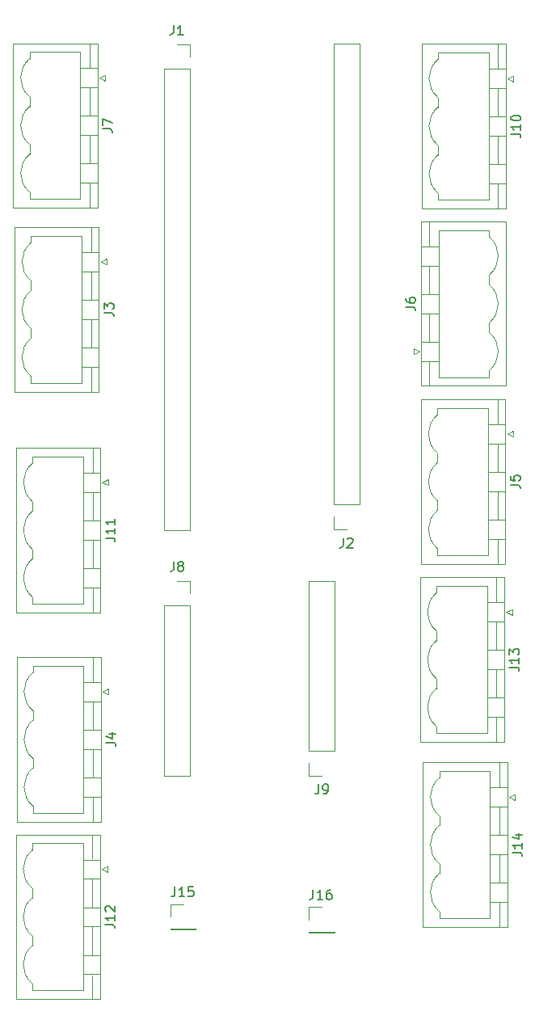
<source format=gbr>
%TF.GenerationSoftware,KiCad,Pcbnew,7.0.7*%
%TF.CreationDate,2023-09-27T09:45:00-05:00*%
%TF.ProjectId,PCB,5043422e-6b69-4636-9164-5f7063625858,rev?*%
%TF.SameCoordinates,Original*%
%TF.FileFunction,Legend,Top*%
%TF.FilePolarity,Positive*%
%FSLAX46Y46*%
G04 Gerber Fmt 4.6, Leading zero omitted, Abs format (unit mm)*
G04 Created by KiCad (PCBNEW 7.0.7) date 2023-09-27 09:45:00*
%MOMM*%
%LPD*%
G01*
G04 APERTURE LIST*
%ADD10C,0.150000*%
%ADD11C,0.120000*%
G04 APERTURE END LIST*
D10*
X102263676Y-137783219D02*
X102263676Y-138497504D01*
X102263676Y-138497504D02*
X102216057Y-138640361D01*
X102216057Y-138640361D02*
X102120819Y-138735600D01*
X102120819Y-138735600D02*
X101977962Y-138783219D01*
X101977962Y-138783219D02*
X101882724Y-138783219D01*
X103263676Y-138783219D02*
X102692248Y-138783219D01*
X102977962Y-138783219D02*
X102977962Y-137783219D01*
X102977962Y-137783219D02*
X102882724Y-137926076D01*
X102882724Y-137926076D02*
X102787486Y-138021314D01*
X102787486Y-138021314D02*
X102692248Y-138068933D01*
X104168438Y-137783219D02*
X103692248Y-137783219D01*
X103692248Y-137783219D02*
X103644629Y-138259409D01*
X103644629Y-138259409D02*
X103692248Y-138211790D01*
X103692248Y-138211790D02*
X103787486Y-138164171D01*
X103787486Y-138164171D02*
X104025581Y-138164171D01*
X104025581Y-138164171D02*
X104120819Y-138211790D01*
X104120819Y-138211790D02*
X104168438Y-138259409D01*
X104168438Y-138259409D02*
X104216057Y-138354647D01*
X104216057Y-138354647D02*
X104216057Y-138592742D01*
X104216057Y-138592742D02*
X104168438Y-138687980D01*
X104168438Y-138687980D02*
X104120819Y-138735600D01*
X104120819Y-138735600D02*
X104025581Y-138783219D01*
X104025581Y-138783219D02*
X103787486Y-138783219D01*
X103787486Y-138783219D02*
X103692248Y-138735600D01*
X103692248Y-138735600D02*
X103644629Y-138687980D01*
X94699119Y-58346933D02*
X95413404Y-58346933D01*
X95413404Y-58346933D02*
X95556261Y-58394552D01*
X95556261Y-58394552D02*
X95651500Y-58489790D01*
X95651500Y-58489790D02*
X95699119Y-58632647D01*
X95699119Y-58632647D02*
X95699119Y-58727885D01*
X94699119Y-57965980D02*
X94699119Y-57299314D01*
X94699119Y-57299314D02*
X95699119Y-57727885D01*
X94840219Y-77629333D02*
X95554504Y-77629333D01*
X95554504Y-77629333D02*
X95697361Y-77676952D01*
X95697361Y-77676952D02*
X95792600Y-77772190D01*
X95792600Y-77772190D02*
X95840219Y-77915047D01*
X95840219Y-77915047D02*
X95840219Y-78010285D01*
X94840219Y-77248380D02*
X94840219Y-76629333D01*
X94840219Y-76629333D02*
X95221171Y-76962666D01*
X95221171Y-76962666D02*
X95221171Y-76819809D01*
X95221171Y-76819809D02*
X95268790Y-76724571D01*
X95268790Y-76724571D02*
X95316409Y-76676952D01*
X95316409Y-76676952D02*
X95411647Y-76629333D01*
X95411647Y-76629333D02*
X95649742Y-76629333D01*
X95649742Y-76629333D02*
X95744980Y-76676952D01*
X95744980Y-76676952D02*
X95792600Y-76724571D01*
X95792600Y-76724571D02*
X95840219Y-76819809D01*
X95840219Y-76819809D02*
X95840219Y-77105523D01*
X95840219Y-77105523D02*
X95792600Y-77200761D01*
X95792600Y-77200761D02*
X95744980Y-77248380D01*
X102156066Y-103730819D02*
X102156066Y-104445104D01*
X102156066Y-104445104D02*
X102108447Y-104587961D01*
X102108447Y-104587961D02*
X102013209Y-104683200D01*
X102013209Y-104683200D02*
X101870352Y-104730819D01*
X101870352Y-104730819D02*
X101775114Y-104730819D01*
X102775114Y-104159390D02*
X102679876Y-104111771D01*
X102679876Y-104111771D02*
X102632257Y-104064152D01*
X102632257Y-104064152D02*
X102584638Y-103968914D01*
X102584638Y-103968914D02*
X102584638Y-103921295D01*
X102584638Y-103921295D02*
X102632257Y-103826057D01*
X102632257Y-103826057D02*
X102679876Y-103778438D01*
X102679876Y-103778438D02*
X102775114Y-103730819D01*
X102775114Y-103730819D02*
X102965590Y-103730819D01*
X102965590Y-103730819D02*
X103060828Y-103778438D01*
X103060828Y-103778438D02*
X103108447Y-103826057D01*
X103108447Y-103826057D02*
X103156066Y-103921295D01*
X103156066Y-103921295D02*
X103156066Y-103968914D01*
X103156066Y-103968914D02*
X103108447Y-104064152D01*
X103108447Y-104064152D02*
X103060828Y-104111771D01*
X103060828Y-104111771D02*
X102965590Y-104159390D01*
X102965590Y-104159390D02*
X102775114Y-104159390D01*
X102775114Y-104159390D02*
X102679876Y-104207009D01*
X102679876Y-104207009D02*
X102632257Y-104254628D01*
X102632257Y-104254628D02*
X102584638Y-104349866D01*
X102584638Y-104349866D02*
X102584638Y-104540342D01*
X102584638Y-104540342D02*
X102632257Y-104635580D01*
X102632257Y-104635580D02*
X102679876Y-104683200D01*
X102679876Y-104683200D02*
X102775114Y-104730819D01*
X102775114Y-104730819D02*
X102965590Y-104730819D01*
X102965590Y-104730819D02*
X103060828Y-104683200D01*
X103060828Y-104683200D02*
X103108447Y-104635580D01*
X103108447Y-104635580D02*
X103156066Y-104540342D01*
X103156066Y-104540342D02*
X103156066Y-104349866D01*
X103156066Y-104349866D02*
X103108447Y-104254628D01*
X103108447Y-104254628D02*
X103060828Y-104207009D01*
X103060828Y-104207009D02*
X102965590Y-104159390D01*
X137625119Y-134167123D02*
X138339404Y-134167123D01*
X138339404Y-134167123D02*
X138482261Y-134214742D01*
X138482261Y-134214742D02*
X138577500Y-134309980D01*
X138577500Y-134309980D02*
X138625119Y-134452837D01*
X138625119Y-134452837D02*
X138625119Y-134548075D01*
X138625119Y-133167123D02*
X138625119Y-133738551D01*
X138625119Y-133452837D02*
X137625119Y-133452837D01*
X137625119Y-133452837D02*
X137767976Y-133548075D01*
X137767976Y-133548075D02*
X137863214Y-133643313D01*
X137863214Y-133643313D02*
X137910833Y-133738551D01*
X137958452Y-132309980D02*
X138625119Y-132309980D01*
X137577500Y-132548075D02*
X138291785Y-132786170D01*
X138291785Y-132786170D02*
X138291785Y-132167123D01*
X94992619Y-101219523D02*
X95706904Y-101219523D01*
X95706904Y-101219523D02*
X95849761Y-101267142D01*
X95849761Y-101267142D02*
X95945000Y-101362380D01*
X95945000Y-101362380D02*
X95992619Y-101505237D01*
X95992619Y-101505237D02*
X95992619Y-101600475D01*
X95992619Y-100219523D02*
X95992619Y-100790951D01*
X95992619Y-100505237D02*
X94992619Y-100505237D01*
X94992619Y-100505237D02*
X95135476Y-100600475D01*
X95135476Y-100600475D02*
X95230714Y-100695713D01*
X95230714Y-100695713D02*
X95278333Y-100790951D01*
X95992619Y-99267142D02*
X95992619Y-99838570D01*
X95992619Y-99552856D02*
X94992619Y-99552856D01*
X94992619Y-99552856D02*
X95135476Y-99648094D01*
X95135476Y-99648094D02*
X95230714Y-99743332D01*
X95230714Y-99743332D02*
X95278333Y-99838570D01*
X117319466Y-127040419D02*
X117319466Y-127754704D01*
X117319466Y-127754704D02*
X117271847Y-127897561D01*
X117271847Y-127897561D02*
X117176609Y-127992800D01*
X117176609Y-127992800D02*
X117033752Y-128040419D01*
X117033752Y-128040419D02*
X116938514Y-128040419D01*
X117843276Y-128040419D02*
X118033752Y-128040419D01*
X118033752Y-128040419D02*
X118128990Y-127992800D01*
X118128990Y-127992800D02*
X118176609Y-127945180D01*
X118176609Y-127945180D02*
X118271847Y-127802323D01*
X118271847Y-127802323D02*
X118319466Y-127611847D01*
X118319466Y-127611847D02*
X118319466Y-127230895D01*
X118319466Y-127230895D02*
X118271847Y-127135657D01*
X118271847Y-127135657D02*
X118224228Y-127088038D01*
X118224228Y-127088038D02*
X118128990Y-127040419D01*
X118128990Y-127040419D02*
X117938514Y-127040419D01*
X117938514Y-127040419D02*
X117843276Y-127088038D01*
X117843276Y-127088038D02*
X117795657Y-127135657D01*
X117795657Y-127135657D02*
X117748038Y-127230895D01*
X117748038Y-127230895D02*
X117748038Y-127468990D01*
X117748038Y-127468990D02*
X117795657Y-127564228D01*
X117795657Y-127564228D02*
X117843276Y-127611847D01*
X117843276Y-127611847D02*
X117938514Y-127659466D01*
X117938514Y-127659466D02*
X118128990Y-127659466D01*
X118128990Y-127659466D02*
X118224228Y-127611847D01*
X118224228Y-127611847D02*
X118271847Y-127564228D01*
X118271847Y-127564228D02*
X118319466Y-127468990D01*
X94974819Y-141729523D02*
X95689104Y-141729523D01*
X95689104Y-141729523D02*
X95831961Y-141777142D01*
X95831961Y-141777142D02*
X95927200Y-141872380D01*
X95927200Y-141872380D02*
X95974819Y-142015237D01*
X95974819Y-142015237D02*
X95974819Y-142110475D01*
X95974819Y-140729523D02*
X95974819Y-141300951D01*
X95974819Y-141015237D02*
X94974819Y-141015237D01*
X94974819Y-141015237D02*
X95117676Y-141110475D01*
X95117676Y-141110475D02*
X95212914Y-141205713D01*
X95212914Y-141205713D02*
X95260533Y-141300951D01*
X95070057Y-140348570D02*
X95022438Y-140300951D01*
X95022438Y-140300951D02*
X94974819Y-140205713D01*
X94974819Y-140205713D02*
X94974819Y-139967618D01*
X94974819Y-139967618D02*
X95022438Y-139872380D01*
X95022438Y-139872380D02*
X95070057Y-139824761D01*
X95070057Y-139824761D02*
X95165295Y-139777142D01*
X95165295Y-139777142D02*
X95260533Y-139777142D01*
X95260533Y-139777142D02*
X95403390Y-139824761D01*
X95403390Y-139824761D02*
X95974819Y-140396189D01*
X95974819Y-140396189D02*
X95974819Y-139777142D01*
X119910266Y-101234019D02*
X119910266Y-101948304D01*
X119910266Y-101948304D02*
X119862647Y-102091161D01*
X119862647Y-102091161D02*
X119767409Y-102186400D01*
X119767409Y-102186400D02*
X119624552Y-102234019D01*
X119624552Y-102234019D02*
X119529314Y-102234019D01*
X120338838Y-101329257D02*
X120386457Y-101281638D01*
X120386457Y-101281638D02*
X120481695Y-101234019D01*
X120481695Y-101234019D02*
X120719790Y-101234019D01*
X120719790Y-101234019D02*
X120815028Y-101281638D01*
X120815028Y-101281638D02*
X120862647Y-101329257D01*
X120862647Y-101329257D02*
X120910266Y-101424495D01*
X120910266Y-101424495D02*
X120910266Y-101519733D01*
X120910266Y-101519733D02*
X120862647Y-101662590D01*
X120862647Y-101662590D02*
X120291219Y-102234019D01*
X120291219Y-102234019D02*
X120910266Y-102234019D01*
X126449219Y-77019733D02*
X127163504Y-77019733D01*
X127163504Y-77019733D02*
X127306361Y-77067352D01*
X127306361Y-77067352D02*
X127401600Y-77162590D01*
X127401600Y-77162590D02*
X127449219Y-77305447D01*
X127449219Y-77305447D02*
X127449219Y-77400685D01*
X126449219Y-76114971D02*
X126449219Y-76305447D01*
X126449219Y-76305447D02*
X126496838Y-76400685D01*
X126496838Y-76400685D02*
X126544457Y-76448304D01*
X126544457Y-76448304D02*
X126687314Y-76543542D01*
X126687314Y-76543542D02*
X126877790Y-76591161D01*
X126877790Y-76591161D02*
X127258742Y-76591161D01*
X127258742Y-76591161D02*
X127353980Y-76543542D01*
X127353980Y-76543542D02*
X127401600Y-76495923D01*
X127401600Y-76495923D02*
X127449219Y-76400685D01*
X127449219Y-76400685D02*
X127449219Y-76210209D01*
X127449219Y-76210209D02*
X127401600Y-76114971D01*
X127401600Y-76114971D02*
X127353980Y-76067352D01*
X127353980Y-76067352D02*
X127258742Y-76019733D01*
X127258742Y-76019733D02*
X127020647Y-76019733D01*
X127020647Y-76019733D02*
X126925409Y-76067352D01*
X126925409Y-76067352D02*
X126877790Y-76114971D01*
X126877790Y-76114971D02*
X126830171Y-76210209D01*
X126830171Y-76210209D02*
X126830171Y-76400685D01*
X126830171Y-76400685D02*
X126877790Y-76495923D01*
X126877790Y-76495923D02*
X126925409Y-76543542D01*
X126925409Y-76543542D02*
X127020647Y-76591161D01*
X95054719Y-122659733D02*
X95769004Y-122659733D01*
X95769004Y-122659733D02*
X95911861Y-122707352D01*
X95911861Y-122707352D02*
X96007100Y-122802590D01*
X96007100Y-122802590D02*
X96054719Y-122945447D01*
X96054719Y-122945447D02*
X96054719Y-123040685D01*
X95388052Y-121754971D02*
X96054719Y-121754971D01*
X95007100Y-121993066D02*
X95721385Y-122231161D01*
X95721385Y-122231161D02*
X95721385Y-121612114D01*
X102130266Y-47510219D02*
X102130266Y-48224504D01*
X102130266Y-48224504D02*
X102082647Y-48367361D01*
X102082647Y-48367361D02*
X101987409Y-48462600D01*
X101987409Y-48462600D02*
X101844552Y-48510219D01*
X101844552Y-48510219D02*
X101749314Y-48510219D01*
X103130266Y-48510219D02*
X102558838Y-48510219D01*
X102844552Y-48510219D02*
X102844552Y-47510219D01*
X102844552Y-47510219D02*
X102749314Y-47653076D01*
X102749314Y-47653076D02*
X102654076Y-47748314D01*
X102654076Y-47748314D02*
X102558838Y-47795933D01*
X137484019Y-58903123D02*
X138198304Y-58903123D01*
X138198304Y-58903123D02*
X138341161Y-58950742D01*
X138341161Y-58950742D02*
X138436400Y-59045980D01*
X138436400Y-59045980D02*
X138484019Y-59188837D01*
X138484019Y-59188837D02*
X138484019Y-59284075D01*
X138484019Y-57903123D02*
X138484019Y-58474551D01*
X138484019Y-58188837D02*
X137484019Y-58188837D01*
X137484019Y-58188837D02*
X137626876Y-58284075D01*
X137626876Y-58284075D02*
X137722114Y-58379313D01*
X137722114Y-58379313D02*
X137769733Y-58474551D01*
X137484019Y-57284075D02*
X137484019Y-57188837D01*
X137484019Y-57188837D02*
X137531638Y-57093599D01*
X137531638Y-57093599D02*
X137579257Y-57045980D01*
X137579257Y-57045980D02*
X137674495Y-56998361D01*
X137674495Y-56998361D02*
X137864971Y-56950742D01*
X137864971Y-56950742D02*
X138103066Y-56950742D01*
X138103066Y-56950742D02*
X138293542Y-56998361D01*
X138293542Y-56998361D02*
X138388780Y-57045980D01*
X138388780Y-57045980D02*
X138436400Y-57093599D01*
X138436400Y-57093599D02*
X138484019Y-57188837D01*
X138484019Y-57188837D02*
X138484019Y-57284075D01*
X138484019Y-57284075D02*
X138436400Y-57379313D01*
X138436400Y-57379313D02*
X138388780Y-57426932D01*
X138388780Y-57426932D02*
X138293542Y-57474551D01*
X138293542Y-57474551D02*
X138103066Y-57522170D01*
X138103066Y-57522170D02*
X137864971Y-57522170D01*
X137864971Y-57522170D02*
X137674495Y-57474551D01*
X137674495Y-57474551D02*
X137579257Y-57426932D01*
X137579257Y-57426932D02*
X137531638Y-57379313D01*
X137531638Y-57379313D02*
X137484019Y-57284075D01*
X116741676Y-138088019D02*
X116741676Y-138802304D01*
X116741676Y-138802304D02*
X116694057Y-138945161D01*
X116694057Y-138945161D02*
X116598819Y-139040400D01*
X116598819Y-139040400D02*
X116455962Y-139088019D01*
X116455962Y-139088019D02*
X116360724Y-139088019D01*
X117741676Y-139088019D02*
X117170248Y-139088019D01*
X117455962Y-139088019D02*
X117455962Y-138088019D01*
X117455962Y-138088019D02*
X117360724Y-138230876D01*
X117360724Y-138230876D02*
X117265486Y-138326114D01*
X117265486Y-138326114D02*
X117170248Y-138373733D01*
X118598819Y-138088019D02*
X118408343Y-138088019D01*
X118408343Y-138088019D02*
X118313105Y-138135638D01*
X118313105Y-138135638D02*
X118265486Y-138183257D01*
X118265486Y-138183257D02*
X118170248Y-138326114D01*
X118170248Y-138326114D02*
X118122629Y-138516590D01*
X118122629Y-138516590D02*
X118122629Y-138897542D01*
X118122629Y-138897542D02*
X118170248Y-138992780D01*
X118170248Y-138992780D02*
X118217867Y-139040400D01*
X118217867Y-139040400D02*
X118313105Y-139088019D01*
X118313105Y-139088019D02*
X118503581Y-139088019D01*
X118503581Y-139088019D02*
X118598819Y-139040400D01*
X118598819Y-139040400D02*
X118646438Y-138992780D01*
X118646438Y-138992780D02*
X118694057Y-138897542D01*
X118694057Y-138897542D02*
X118694057Y-138659447D01*
X118694057Y-138659447D02*
X118646438Y-138564209D01*
X118646438Y-138564209D02*
X118598819Y-138516590D01*
X118598819Y-138516590D02*
X118503581Y-138468971D01*
X118503581Y-138468971D02*
X118313105Y-138468971D01*
X118313105Y-138468971D02*
X118217867Y-138516590D01*
X118217867Y-138516590D02*
X118170248Y-138564209D01*
X118170248Y-138564209D02*
X118122629Y-138659447D01*
X137421919Y-95663333D02*
X138136204Y-95663333D01*
X138136204Y-95663333D02*
X138279061Y-95710952D01*
X138279061Y-95710952D02*
X138374300Y-95806190D01*
X138374300Y-95806190D02*
X138421919Y-95949047D01*
X138421919Y-95949047D02*
X138421919Y-96044285D01*
X137421919Y-94710952D02*
X137421919Y-95187142D01*
X137421919Y-95187142D02*
X137898109Y-95234761D01*
X137898109Y-95234761D02*
X137850490Y-95187142D01*
X137850490Y-95187142D02*
X137802871Y-95091904D01*
X137802871Y-95091904D02*
X137802871Y-94853809D01*
X137802871Y-94853809D02*
X137850490Y-94758571D01*
X137850490Y-94758571D02*
X137898109Y-94710952D01*
X137898109Y-94710952D02*
X137993347Y-94663333D01*
X137993347Y-94663333D02*
X138231442Y-94663333D01*
X138231442Y-94663333D02*
X138326680Y-94710952D01*
X138326680Y-94710952D02*
X138374300Y-94758571D01*
X138374300Y-94758571D02*
X138421919Y-94853809D01*
X138421919Y-94853809D02*
X138421919Y-95091904D01*
X138421919Y-95091904D02*
X138374300Y-95187142D01*
X138374300Y-95187142D02*
X138326680Y-95234761D01*
X137320319Y-114783123D02*
X138034604Y-114783123D01*
X138034604Y-114783123D02*
X138177461Y-114830742D01*
X138177461Y-114830742D02*
X138272700Y-114925980D01*
X138272700Y-114925980D02*
X138320319Y-115068837D01*
X138320319Y-115068837D02*
X138320319Y-115164075D01*
X138320319Y-113783123D02*
X138320319Y-114354551D01*
X138320319Y-114068837D02*
X137320319Y-114068837D01*
X137320319Y-114068837D02*
X137463176Y-114164075D01*
X137463176Y-114164075D02*
X137558414Y-114259313D01*
X137558414Y-114259313D02*
X137606033Y-114354551D01*
X137320319Y-113449789D02*
X137320319Y-112830742D01*
X137320319Y-112830742D02*
X137701271Y-113164075D01*
X137701271Y-113164075D02*
X137701271Y-113021218D01*
X137701271Y-113021218D02*
X137748890Y-112925980D01*
X137748890Y-112925980D02*
X137796509Y-112878361D01*
X137796509Y-112878361D02*
X137891747Y-112830742D01*
X137891747Y-112830742D02*
X138129842Y-112830742D01*
X138129842Y-112830742D02*
X138225080Y-112878361D01*
X138225080Y-112878361D02*
X138272700Y-112925980D01*
X138272700Y-112925980D02*
X138320319Y-113021218D01*
X138320319Y-113021218D02*
X138320319Y-113306932D01*
X138320319Y-113306932D02*
X138272700Y-113402170D01*
X138272700Y-113402170D02*
X138225080Y-113449789D01*
D11*
%TO.C,J15*%
X101794000Y-139589200D02*
X103124000Y-139589200D01*
X101794000Y-140919200D02*
X101794000Y-139589200D01*
X101794000Y-142189200D02*
X101794000Y-142249200D01*
X101794000Y-142189200D02*
X104454000Y-142189200D01*
X101794000Y-142249200D02*
X104454000Y-142249200D01*
X104454000Y-142189200D02*
X104454000Y-142249200D01*
%TO.C,J7*%
X94154300Y-49403600D02*
X85334300Y-49403600D01*
X93344300Y-49403600D02*
X93344300Y-51903600D01*
X85334300Y-49403600D02*
X85334300Y-66623600D01*
X92344300Y-50313600D02*
X92344300Y-65713600D01*
X87044300Y-50313600D02*
X92344300Y-50313600D01*
X87044300Y-51013600D02*
X87044300Y-50313600D01*
X94154300Y-52013600D02*
X94154300Y-54013600D01*
X92344300Y-52013600D02*
X94154300Y-52013600D01*
X94954300Y-52713600D02*
X94954300Y-53313600D01*
X94354300Y-53013600D02*
X94954300Y-52713600D01*
X94954300Y-53313600D02*
X94354300Y-53013600D01*
X94154300Y-54013600D02*
X92344300Y-54013600D01*
X93344300Y-54013600D02*
X93344300Y-57013600D01*
X92344300Y-54013600D02*
X92344300Y-52013600D01*
X87044300Y-55013600D02*
X87044300Y-56013600D01*
X94154300Y-57013600D02*
X94154300Y-59013600D01*
X92344300Y-57013600D02*
X94154300Y-57013600D01*
X94154300Y-59013600D02*
X92344300Y-59013600D01*
X93344300Y-59013600D02*
X93344300Y-62013600D01*
X92344300Y-59013600D02*
X92344300Y-57013600D01*
X87044300Y-60013600D02*
X87044300Y-61013600D01*
X94154300Y-62013600D02*
X94154300Y-64013600D01*
X92344300Y-62013600D02*
X94154300Y-62013600D01*
X94154300Y-64013600D02*
X92344300Y-64013600D01*
X92344300Y-64013600D02*
X92344300Y-62013600D01*
X92344300Y-65713600D02*
X87044300Y-65713600D01*
X87044300Y-65713600D02*
X87044300Y-65013600D01*
X94154300Y-66623600D02*
X94154300Y-49403600D01*
X93344300Y-66623600D02*
X93344300Y-64123600D01*
X85334300Y-66623600D02*
X94154300Y-66623600D01*
X87044300Y-51013600D02*
G75*
G03*
X87028479Y-55000442I1650000J-2000000D01*
G01*
X87044300Y-56013600D02*
G75*
G03*
X87028479Y-60000442I1650000J-2000000D01*
G01*
X87044300Y-61013600D02*
G75*
G03*
X87028479Y-65000442I1650000J-2000000D01*
G01*
%TO.C,J3*%
X94295400Y-68686000D02*
X85475400Y-68686000D01*
X93485400Y-68686000D02*
X93485400Y-71186000D01*
X85475400Y-68686000D02*
X85475400Y-85906000D01*
X92485400Y-69596000D02*
X92485400Y-84996000D01*
X87185400Y-69596000D02*
X92485400Y-69596000D01*
X87185400Y-70296000D02*
X87185400Y-69596000D01*
X94295400Y-71296000D02*
X94295400Y-73296000D01*
X92485400Y-71296000D02*
X94295400Y-71296000D01*
X95095400Y-71996000D02*
X95095400Y-72596000D01*
X94495400Y-72296000D02*
X95095400Y-71996000D01*
X95095400Y-72596000D02*
X94495400Y-72296000D01*
X94295400Y-73296000D02*
X92485400Y-73296000D01*
X93485400Y-73296000D02*
X93485400Y-76296000D01*
X92485400Y-73296000D02*
X92485400Y-71296000D01*
X87185400Y-74296000D02*
X87185400Y-75296000D01*
X94295400Y-76296000D02*
X94295400Y-78296000D01*
X92485400Y-76296000D02*
X94295400Y-76296000D01*
X94295400Y-78296000D02*
X92485400Y-78296000D01*
X93485400Y-78296000D02*
X93485400Y-81296000D01*
X92485400Y-78296000D02*
X92485400Y-76296000D01*
X87185400Y-79296000D02*
X87185400Y-80296000D01*
X94295400Y-81296000D02*
X94295400Y-83296000D01*
X92485400Y-81296000D02*
X94295400Y-81296000D01*
X94295400Y-83296000D02*
X92485400Y-83296000D01*
X92485400Y-83296000D02*
X92485400Y-81296000D01*
X92485400Y-84996000D02*
X87185400Y-84996000D01*
X87185400Y-84996000D02*
X87185400Y-84296000D01*
X94295400Y-85906000D02*
X94295400Y-68686000D01*
X93485400Y-85906000D02*
X93485400Y-83406000D01*
X85475400Y-85906000D02*
X94295400Y-85906000D01*
X87185400Y-70296000D02*
G75*
G03*
X87169579Y-74282842I1650000J-2000000D01*
G01*
X87185400Y-75296000D02*
G75*
G03*
X87169579Y-79282842I1650000J-2000000D01*
G01*
X87185400Y-80296000D02*
G75*
G03*
X87169579Y-84282842I1650000J-2000000D01*
G01*
%TO.C,J8*%
X101159400Y-108316000D02*
X101159400Y-126156000D01*
X101159400Y-108316000D02*
X103819400Y-108316000D01*
X101159400Y-126156000D02*
X103819400Y-126156000D01*
X102489400Y-105716000D02*
X103819400Y-105716000D01*
X103819400Y-105716000D02*
X103819400Y-107046000D01*
X103819400Y-108316000D02*
X103819400Y-126156000D01*
%TO.C,J14*%
X137080300Y-124747600D02*
X128260300Y-124747600D01*
X136270300Y-124747600D02*
X136270300Y-127247600D01*
X128260300Y-124747600D02*
X128260300Y-141967600D01*
X135270300Y-125657600D02*
X135270300Y-141057600D01*
X129970300Y-125657600D02*
X135270300Y-125657600D01*
X129970300Y-126357600D02*
X129970300Y-125657600D01*
X137080300Y-127357600D02*
X137080300Y-129357600D01*
X135270300Y-127357600D02*
X137080300Y-127357600D01*
X137880300Y-128057600D02*
X137880300Y-128657600D01*
X137280300Y-128357600D02*
X137880300Y-128057600D01*
X137880300Y-128657600D02*
X137280300Y-128357600D01*
X137080300Y-129357600D02*
X135270300Y-129357600D01*
X136270300Y-129357600D02*
X136270300Y-132357600D01*
X135270300Y-129357600D02*
X135270300Y-127357600D01*
X129970300Y-130357600D02*
X129970300Y-131357600D01*
X137080300Y-132357600D02*
X137080300Y-134357600D01*
X135270300Y-132357600D02*
X137080300Y-132357600D01*
X137080300Y-134357600D02*
X135270300Y-134357600D01*
X136270300Y-134357600D02*
X136270300Y-137357600D01*
X135270300Y-134357600D02*
X135270300Y-132357600D01*
X129970300Y-135357600D02*
X129970300Y-136357600D01*
X137080300Y-137357600D02*
X137080300Y-139357600D01*
X135270300Y-137357600D02*
X137080300Y-137357600D01*
X137080300Y-139357600D02*
X135270300Y-139357600D01*
X135270300Y-139357600D02*
X135270300Y-137357600D01*
X135270300Y-141057600D02*
X129970300Y-141057600D01*
X129970300Y-141057600D02*
X129970300Y-140357600D01*
X137080300Y-141967600D02*
X137080300Y-124747600D01*
X136270300Y-141967600D02*
X136270300Y-139467600D01*
X128260300Y-141967600D02*
X137080300Y-141967600D01*
X129970300Y-126357600D02*
G75*
G03*
X129954479Y-130344442I1650000J-2000000D01*
G01*
X129970300Y-131357600D02*
G75*
G03*
X129954479Y-135344442I1650000J-2000000D01*
G01*
X129970300Y-136357600D02*
G75*
G03*
X129954479Y-140344442I1650000J-2000000D01*
G01*
%TO.C,J11*%
X94447800Y-91800000D02*
X85627800Y-91800000D01*
X93637800Y-91800000D02*
X93637800Y-94300000D01*
X85627800Y-91800000D02*
X85627800Y-109020000D01*
X92637800Y-92710000D02*
X92637800Y-108110000D01*
X87337800Y-92710000D02*
X92637800Y-92710000D01*
X87337800Y-93410000D02*
X87337800Y-92710000D01*
X94447800Y-94410000D02*
X94447800Y-96410000D01*
X92637800Y-94410000D02*
X94447800Y-94410000D01*
X95247800Y-95110000D02*
X95247800Y-95710000D01*
X94647800Y-95410000D02*
X95247800Y-95110000D01*
X95247800Y-95710000D02*
X94647800Y-95410000D01*
X94447800Y-96410000D02*
X92637800Y-96410000D01*
X93637800Y-96410000D02*
X93637800Y-99410000D01*
X92637800Y-96410000D02*
X92637800Y-94410000D01*
X87337800Y-97410000D02*
X87337800Y-98410000D01*
X94447800Y-99410000D02*
X94447800Y-101410000D01*
X92637800Y-99410000D02*
X94447800Y-99410000D01*
X94447800Y-101410000D02*
X92637800Y-101410000D01*
X93637800Y-101410000D02*
X93637800Y-104410000D01*
X92637800Y-101410000D02*
X92637800Y-99410000D01*
X87337800Y-102410000D02*
X87337800Y-103410000D01*
X94447800Y-104410000D02*
X94447800Y-106410000D01*
X92637800Y-104410000D02*
X94447800Y-104410000D01*
X94447800Y-106410000D02*
X92637800Y-106410000D01*
X92637800Y-106410000D02*
X92637800Y-104410000D01*
X92637800Y-108110000D02*
X87337800Y-108110000D01*
X87337800Y-108110000D02*
X87337800Y-107410000D01*
X94447800Y-109020000D02*
X94447800Y-91800000D01*
X93637800Y-109020000D02*
X93637800Y-106520000D01*
X85627800Y-109020000D02*
X94447800Y-109020000D01*
X87337800Y-93410000D02*
G75*
G03*
X87321979Y-97396842I1650000J-2000000D01*
G01*
X87337800Y-98410000D02*
G75*
G03*
X87321979Y-102396842I1650000J-2000000D01*
G01*
X87337800Y-103410000D02*
G75*
G03*
X87321979Y-107396842I1650000J-2000000D01*
G01*
%TO.C,J9*%
X118982800Y-123545600D02*
X118982800Y-105705600D01*
X118982800Y-123545600D02*
X116322800Y-123545600D01*
X118982800Y-105705600D02*
X116322800Y-105705600D01*
X117652800Y-126145600D02*
X116322800Y-126145600D01*
X116322800Y-126145600D02*
X116322800Y-124815600D01*
X116322800Y-123545600D02*
X116322800Y-105705600D01*
%TO.C,J12*%
X94430000Y-132310000D02*
X85610000Y-132310000D01*
X93620000Y-132310000D02*
X93620000Y-134810000D01*
X85610000Y-132310000D02*
X85610000Y-149530000D01*
X92620000Y-133220000D02*
X92620000Y-148620000D01*
X87320000Y-133220000D02*
X92620000Y-133220000D01*
X87320000Y-133920000D02*
X87320000Y-133220000D01*
X94430000Y-134920000D02*
X94430000Y-136920000D01*
X92620000Y-134920000D02*
X94430000Y-134920000D01*
X95230000Y-135620000D02*
X95230000Y-136220000D01*
X94630000Y-135920000D02*
X95230000Y-135620000D01*
X95230000Y-136220000D02*
X94630000Y-135920000D01*
X94430000Y-136920000D02*
X92620000Y-136920000D01*
X93620000Y-136920000D02*
X93620000Y-139920000D01*
X92620000Y-136920000D02*
X92620000Y-134920000D01*
X87320000Y-137920000D02*
X87320000Y-138920000D01*
X94430000Y-139920000D02*
X94430000Y-141920000D01*
X92620000Y-139920000D02*
X94430000Y-139920000D01*
X94430000Y-141920000D02*
X92620000Y-141920000D01*
X93620000Y-141920000D02*
X93620000Y-144920000D01*
X92620000Y-141920000D02*
X92620000Y-139920000D01*
X87320000Y-142920000D02*
X87320000Y-143920000D01*
X94430000Y-144920000D02*
X94430000Y-146920000D01*
X92620000Y-144920000D02*
X94430000Y-144920000D01*
X94430000Y-146920000D02*
X92620000Y-146920000D01*
X92620000Y-146920000D02*
X92620000Y-144920000D01*
X92620000Y-148620000D02*
X87320000Y-148620000D01*
X87320000Y-148620000D02*
X87320000Y-147920000D01*
X94430000Y-149530000D02*
X94430000Y-132310000D01*
X93620000Y-149530000D02*
X93620000Y-147030000D01*
X85610000Y-149530000D02*
X94430000Y-149530000D01*
X87320000Y-133920000D02*
G75*
G03*
X87304179Y-137906842I1650000J-2000000D01*
G01*
X87320000Y-138920000D02*
G75*
G03*
X87304179Y-142906842I1650000J-2000000D01*
G01*
X87320000Y-143920000D02*
G75*
G03*
X87304179Y-147906842I1650000J-2000000D01*
G01*
%TO.C,J2*%
X121573600Y-97739200D02*
X121573600Y-49419200D01*
X121573600Y-97739200D02*
X118913600Y-97739200D01*
X121573600Y-49419200D02*
X118913600Y-49419200D01*
X120243600Y-100339200D02*
X118913600Y-100339200D01*
X118913600Y-100339200D02*
X118913600Y-99009200D01*
X118913600Y-97739200D02*
X118913600Y-49419200D01*
%TO.C,J6*%
X128084400Y-85296400D02*
X136904400Y-85296400D01*
X128894400Y-85296400D02*
X128894400Y-82796400D01*
X136904400Y-85296400D02*
X136904400Y-68076400D01*
X129894400Y-84386400D02*
X129894400Y-68986400D01*
X135194400Y-84386400D02*
X129894400Y-84386400D01*
X135194400Y-83686400D02*
X135194400Y-84386400D01*
X128084400Y-82686400D02*
X128084400Y-80686400D01*
X129894400Y-82686400D02*
X128084400Y-82686400D01*
X127284400Y-81986400D02*
X127284400Y-81386400D01*
X127884400Y-81686400D02*
X127284400Y-81986400D01*
X127284400Y-81386400D02*
X127884400Y-81686400D01*
X128084400Y-80686400D02*
X129894400Y-80686400D01*
X128894400Y-80686400D02*
X128894400Y-77686400D01*
X129894400Y-80686400D02*
X129894400Y-82686400D01*
X135194400Y-79686400D02*
X135194400Y-78686400D01*
X128084400Y-77686400D02*
X128084400Y-75686400D01*
X129894400Y-77686400D02*
X128084400Y-77686400D01*
X128084400Y-75686400D02*
X129894400Y-75686400D01*
X128894400Y-75686400D02*
X128894400Y-72686400D01*
X129894400Y-75686400D02*
X129894400Y-77686400D01*
X135194400Y-74686400D02*
X135194400Y-73686400D01*
X128084400Y-72686400D02*
X128084400Y-70686400D01*
X129894400Y-72686400D02*
X128084400Y-72686400D01*
X128084400Y-70686400D02*
X129894400Y-70686400D01*
X129894400Y-70686400D02*
X129894400Y-72686400D01*
X129894400Y-68986400D02*
X135194400Y-68986400D01*
X135194400Y-68986400D02*
X135194400Y-69686400D01*
X128084400Y-68076400D02*
X128084400Y-85296400D01*
X128894400Y-68076400D02*
X128894400Y-70576400D01*
X136904400Y-68076400D02*
X128084400Y-68076400D01*
X135194400Y-83686400D02*
G75*
G03*
X135210221Y-79699558I-1650000J2000000D01*
G01*
X135194400Y-78686400D02*
G75*
G03*
X135210221Y-74699558I-1650000J2000000D01*
G01*
X135194400Y-73686400D02*
G75*
G03*
X135210221Y-69699558I-1650000J2000000D01*
G01*
%TO.C,J4*%
X94509900Y-113716400D02*
X85689900Y-113716400D01*
X93699900Y-113716400D02*
X93699900Y-116216400D01*
X85689900Y-113716400D02*
X85689900Y-130936400D01*
X92699900Y-114626400D02*
X92699900Y-130026400D01*
X87399900Y-114626400D02*
X92699900Y-114626400D01*
X87399900Y-115326400D02*
X87399900Y-114626400D01*
X94509900Y-116326400D02*
X94509900Y-118326400D01*
X92699900Y-116326400D02*
X94509900Y-116326400D01*
X95309900Y-117026400D02*
X95309900Y-117626400D01*
X94709900Y-117326400D02*
X95309900Y-117026400D01*
X95309900Y-117626400D02*
X94709900Y-117326400D01*
X94509900Y-118326400D02*
X92699900Y-118326400D01*
X93699900Y-118326400D02*
X93699900Y-121326400D01*
X92699900Y-118326400D02*
X92699900Y-116326400D01*
X87399900Y-119326400D02*
X87399900Y-120326400D01*
X94509900Y-121326400D02*
X94509900Y-123326400D01*
X92699900Y-121326400D02*
X94509900Y-121326400D01*
X94509900Y-123326400D02*
X92699900Y-123326400D01*
X93699900Y-123326400D02*
X93699900Y-126326400D01*
X92699900Y-123326400D02*
X92699900Y-121326400D01*
X87399900Y-124326400D02*
X87399900Y-125326400D01*
X94509900Y-126326400D02*
X94509900Y-128326400D01*
X92699900Y-126326400D02*
X94509900Y-126326400D01*
X94509900Y-128326400D02*
X92699900Y-128326400D01*
X92699900Y-128326400D02*
X92699900Y-126326400D01*
X92699900Y-130026400D02*
X87399900Y-130026400D01*
X87399900Y-130026400D02*
X87399900Y-129326400D01*
X94509900Y-130936400D02*
X94509900Y-113716400D01*
X93699900Y-130936400D02*
X93699900Y-128436400D01*
X85689900Y-130936400D02*
X94509900Y-130936400D01*
X87399900Y-115326400D02*
G75*
G03*
X87384079Y-119313242I1650000J-2000000D01*
G01*
X87399900Y-120326400D02*
G75*
G03*
X87384079Y-124313242I1650000J-2000000D01*
G01*
X87399900Y-125326400D02*
G75*
G03*
X87384079Y-129313242I1650000J-2000000D01*
G01*
%TO.C,J1*%
X101133600Y-52095400D02*
X101133600Y-100415400D01*
X101133600Y-52095400D02*
X103793600Y-52095400D01*
X101133600Y-100415400D02*
X103793600Y-100415400D01*
X102463600Y-49495400D02*
X103793600Y-49495400D01*
X103793600Y-49495400D02*
X103793600Y-50825400D01*
X103793600Y-52095400D02*
X103793600Y-100415400D01*
%TO.C,J10*%
X136939200Y-49483600D02*
X128119200Y-49483600D01*
X136129200Y-49483600D02*
X136129200Y-51983600D01*
X128119200Y-49483600D02*
X128119200Y-66703600D01*
X135129200Y-50393600D02*
X135129200Y-65793600D01*
X129829200Y-50393600D02*
X135129200Y-50393600D01*
X129829200Y-51093600D02*
X129829200Y-50393600D01*
X136939200Y-52093600D02*
X136939200Y-54093600D01*
X135129200Y-52093600D02*
X136939200Y-52093600D01*
X137739200Y-52793600D02*
X137739200Y-53393600D01*
X137139200Y-53093600D02*
X137739200Y-52793600D01*
X137739200Y-53393600D02*
X137139200Y-53093600D01*
X136939200Y-54093600D02*
X135129200Y-54093600D01*
X136129200Y-54093600D02*
X136129200Y-57093600D01*
X135129200Y-54093600D02*
X135129200Y-52093600D01*
X129829200Y-55093600D02*
X129829200Y-56093600D01*
X136939200Y-57093600D02*
X136939200Y-59093600D01*
X135129200Y-57093600D02*
X136939200Y-57093600D01*
X136939200Y-59093600D02*
X135129200Y-59093600D01*
X136129200Y-59093600D02*
X136129200Y-62093600D01*
X135129200Y-59093600D02*
X135129200Y-57093600D01*
X129829200Y-60093600D02*
X129829200Y-61093600D01*
X136939200Y-62093600D02*
X136939200Y-64093600D01*
X135129200Y-62093600D02*
X136939200Y-62093600D01*
X136939200Y-64093600D02*
X135129200Y-64093600D01*
X135129200Y-64093600D02*
X135129200Y-62093600D01*
X135129200Y-65793600D02*
X129829200Y-65793600D01*
X129829200Y-65793600D02*
X129829200Y-65093600D01*
X136939200Y-66703600D02*
X136939200Y-49483600D01*
X136129200Y-66703600D02*
X136129200Y-64203600D01*
X128119200Y-66703600D02*
X136939200Y-66703600D01*
X129829200Y-51093600D02*
G75*
G03*
X129813379Y-55080442I1650000J-2000000D01*
G01*
X129829200Y-56093600D02*
G75*
G03*
X129813379Y-60080442I1650000J-2000000D01*
G01*
X129829200Y-61093600D02*
G75*
G03*
X129813379Y-65080442I1650000J-2000000D01*
G01*
%TO.C,J16*%
X116322800Y-139894000D02*
X117652800Y-139894000D01*
X116322800Y-141224000D02*
X116322800Y-139894000D01*
X116322800Y-142494000D02*
X116322800Y-142554000D01*
X116322800Y-142494000D02*
X118982800Y-142494000D01*
X116322800Y-142554000D02*
X118982800Y-142554000D01*
X118982800Y-142494000D02*
X118982800Y-142554000D01*
%TO.C,J5*%
X136877100Y-86720000D02*
X128057100Y-86720000D01*
X136067100Y-86720000D02*
X136067100Y-89220000D01*
X128057100Y-86720000D02*
X128057100Y-103940000D01*
X135067100Y-87630000D02*
X135067100Y-103030000D01*
X129767100Y-87630000D02*
X135067100Y-87630000D01*
X129767100Y-88330000D02*
X129767100Y-87630000D01*
X136877100Y-89330000D02*
X136877100Y-91330000D01*
X135067100Y-89330000D02*
X136877100Y-89330000D01*
X137677100Y-90030000D02*
X137677100Y-90630000D01*
X137077100Y-90330000D02*
X137677100Y-90030000D01*
X137677100Y-90630000D02*
X137077100Y-90330000D01*
X136877100Y-91330000D02*
X135067100Y-91330000D01*
X136067100Y-91330000D02*
X136067100Y-94330000D01*
X135067100Y-91330000D02*
X135067100Y-89330000D01*
X129767100Y-92330000D02*
X129767100Y-93330000D01*
X136877100Y-94330000D02*
X136877100Y-96330000D01*
X135067100Y-94330000D02*
X136877100Y-94330000D01*
X136877100Y-96330000D02*
X135067100Y-96330000D01*
X136067100Y-96330000D02*
X136067100Y-99330000D01*
X135067100Y-96330000D02*
X135067100Y-94330000D01*
X129767100Y-97330000D02*
X129767100Y-98330000D01*
X136877100Y-99330000D02*
X136877100Y-101330000D01*
X135067100Y-99330000D02*
X136877100Y-99330000D01*
X136877100Y-101330000D02*
X135067100Y-101330000D01*
X135067100Y-101330000D02*
X135067100Y-99330000D01*
X135067100Y-103030000D02*
X129767100Y-103030000D01*
X129767100Y-103030000D02*
X129767100Y-102330000D01*
X136877100Y-103940000D02*
X136877100Y-86720000D01*
X136067100Y-103940000D02*
X136067100Y-101440000D01*
X128057100Y-103940000D02*
X136877100Y-103940000D01*
X129767100Y-88330000D02*
G75*
G03*
X129751279Y-92316842I1650000J-2000000D01*
G01*
X129767100Y-93330000D02*
G75*
G03*
X129751279Y-97316842I1650000J-2000000D01*
G01*
X129767100Y-98330000D02*
G75*
G03*
X129751279Y-102316842I1650000J-2000000D01*
G01*
%TO.C,J13*%
X136775500Y-105363600D02*
X127955500Y-105363600D01*
X135965500Y-105363600D02*
X135965500Y-107863600D01*
X127955500Y-105363600D02*
X127955500Y-122583600D01*
X134965500Y-106273600D02*
X134965500Y-121673600D01*
X129665500Y-106273600D02*
X134965500Y-106273600D01*
X129665500Y-106973600D02*
X129665500Y-106273600D01*
X136775500Y-107973600D02*
X136775500Y-109973600D01*
X134965500Y-107973600D02*
X136775500Y-107973600D01*
X137575500Y-108673600D02*
X137575500Y-109273600D01*
X136975500Y-108973600D02*
X137575500Y-108673600D01*
X137575500Y-109273600D02*
X136975500Y-108973600D01*
X136775500Y-109973600D02*
X134965500Y-109973600D01*
X135965500Y-109973600D02*
X135965500Y-112973600D01*
X134965500Y-109973600D02*
X134965500Y-107973600D01*
X129665500Y-110973600D02*
X129665500Y-111973600D01*
X136775500Y-112973600D02*
X136775500Y-114973600D01*
X134965500Y-112973600D02*
X136775500Y-112973600D01*
X136775500Y-114973600D02*
X134965500Y-114973600D01*
X135965500Y-114973600D02*
X135965500Y-117973600D01*
X134965500Y-114973600D02*
X134965500Y-112973600D01*
X129665500Y-115973600D02*
X129665500Y-116973600D01*
X136775500Y-117973600D02*
X136775500Y-119973600D01*
X134965500Y-117973600D02*
X136775500Y-117973600D01*
X136775500Y-119973600D02*
X134965500Y-119973600D01*
X134965500Y-119973600D02*
X134965500Y-117973600D01*
X134965500Y-121673600D02*
X129665500Y-121673600D01*
X129665500Y-121673600D02*
X129665500Y-120973600D01*
X136775500Y-122583600D02*
X136775500Y-105363600D01*
X135965500Y-122583600D02*
X135965500Y-120083600D01*
X127955500Y-122583600D02*
X136775500Y-122583600D01*
X129665500Y-106973600D02*
G75*
G03*
X129649679Y-110960442I1650000J-2000000D01*
G01*
X129665500Y-111973600D02*
G75*
G03*
X129649679Y-115960442I1650000J-2000000D01*
G01*
X129665500Y-116973600D02*
G75*
G03*
X129649679Y-120960442I1650000J-2000000D01*
G01*
%TD*%
M02*

</source>
